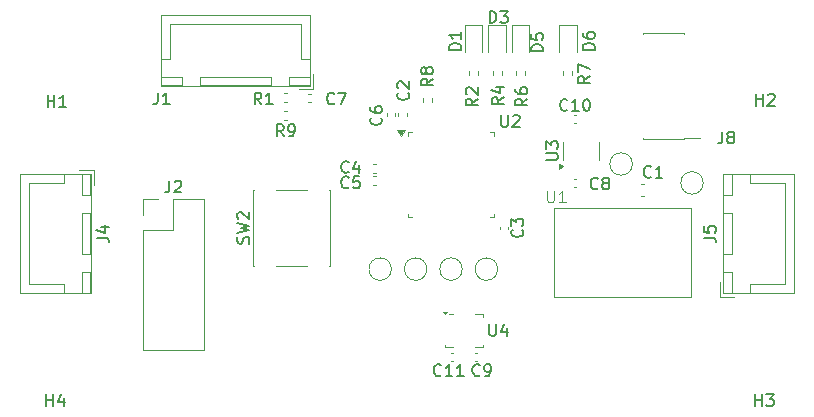
<source format=gbr>
%TF.GenerationSoftware,KiCad,Pcbnew,8.0.5*%
%TF.CreationDate,2024-10-22T17:39:12+02:00*%
%TF.ProjectId,Ingenuity,496e6765-6e75-4697-9479-2e6b69636164,rev?*%
%TF.SameCoordinates,Original*%
%TF.FileFunction,Legend,Top*%
%TF.FilePolarity,Positive*%
%FSLAX46Y46*%
G04 Gerber Fmt 4.6, Leading zero omitted, Abs format (unit mm)*
G04 Created by KiCad (PCBNEW 8.0.5) date 2024-10-22 17:39:12*
%MOMM*%
%LPD*%
G01*
G04 APERTURE LIST*
%ADD10C,0.100000*%
%ADD11C,0.150000*%
%ADD12C,0.120000*%
G04 APERTURE END LIST*
D10*
X172138095Y-106357419D02*
X172138095Y-107166942D01*
X172138095Y-107166942D02*
X172185714Y-107262180D01*
X172185714Y-107262180D02*
X172233333Y-107309800D01*
X172233333Y-107309800D02*
X172328571Y-107357419D01*
X172328571Y-107357419D02*
X172519047Y-107357419D01*
X172519047Y-107357419D02*
X172614285Y-107309800D01*
X172614285Y-107309800D02*
X172661904Y-107262180D01*
X172661904Y-107262180D02*
X172709523Y-107166942D01*
X172709523Y-107166942D02*
X172709523Y-106357419D01*
X173709523Y-107357419D02*
X173138095Y-107357419D01*
X173423809Y-107357419D02*
X173423809Y-106357419D01*
X173423809Y-106357419D02*
X173328571Y-106500276D01*
X173328571Y-106500276D02*
X173233333Y-106595514D01*
X173233333Y-106595514D02*
X173138095Y-106643133D01*
D11*
X172054819Y-103761904D02*
X172864342Y-103761904D01*
X172864342Y-103761904D02*
X172959580Y-103714285D01*
X172959580Y-103714285D02*
X173007200Y-103666666D01*
X173007200Y-103666666D02*
X173054819Y-103571428D01*
X173054819Y-103571428D02*
X173054819Y-103380952D01*
X173054819Y-103380952D02*
X173007200Y-103285714D01*
X173007200Y-103285714D02*
X172959580Y-103238095D01*
X172959580Y-103238095D02*
X172864342Y-103190476D01*
X172864342Y-103190476D02*
X172054819Y-103190476D01*
X172054819Y-102809523D02*
X172054819Y-102190476D01*
X172054819Y-102190476D02*
X172435771Y-102523809D01*
X172435771Y-102523809D02*
X172435771Y-102380952D01*
X172435771Y-102380952D02*
X172483390Y-102285714D01*
X172483390Y-102285714D02*
X172531009Y-102238095D01*
X172531009Y-102238095D02*
X172626247Y-102190476D01*
X172626247Y-102190476D02*
X172864342Y-102190476D01*
X172864342Y-102190476D02*
X172959580Y-102238095D01*
X172959580Y-102238095D02*
X173007200Y-102285714D01*
X173007200Y-102285714D02*
X173054819Y-102380952D01*
X173054819Y-102380952D02*
X173054819Y-102666666D01*
X173054819Y-102666666D02*
X173007200Y-102761904D01*
X173007200Y-102761904D02*
X172959580Y-102809523D01*
X176433333Y-106159580D02*
X176385714Y-106207200D01*
X176385714Y-106207200D02*
X176242857Y-106254819D01*
X176242857Y-106254819D02*
X176147619Y-106254819D01*
X176147619Y-106254819D02*
X176004762Y-106207200D01*
X176004762Y-106207200D02*
X175909524Y-106111961D01*
X175909524Y-106111961D02*
X175861905Y-106016723D01*
X175861905Y-106016723D02*
X175814286Y-105826247D01*
X175814286Y-105826247D02*
X175814286Y-105683390D01*
X175814286Y-105683390D02*
X175861905Y-105492914D01*
X175861905Y-105492914D02*
X175909524Y-105397676D01*
X175909524Y-105397676D02*
X176004762Y-105302438D01*
X176004762Y-105302438D02*
X176147619Y-105254819D01*
X176147619Y-105254819D02*
X176242857Y-105254819D01*
X176242857Y-105254819D02*
X176385714Y-105302438D01*
X176385714Y-105302438D02*
X176433333Y-105350057D01*
X177004762Y-105683390D02*
X176909524Y-105635771D01*
X176909524Y-105635771D02*
X176861905Y-105588152D01*
X176861905Y-105588152D02*
X176814286Y-105492914D01*
X176814286Y-105492914D02*
X176814286Y-105445295D01*
X176814286Y-105445295D02*
X176861905Y-105350057D01*
X176861905Y-105350057D02*
X176909524Y-105302438D01*
X176909524Y-105302438D02*
X177004762Y-105254819D01*
X177004762Y-105254819D02*
X177195238Y-105254819D01*
X177195238Y-105254819D02*
X177290476Y-105302438D01*
X177290476Y-105302438D02*
X177338095Y-105350057D01*
X177338095Y-105350057D02*
X177385714Y-105445295D01*
X177385714Y-105445295D02*
X177385714Y-105492914D01*
X177385714Y-105492914D02*
X177338095Y-105588152D01*
X177338095Y-105588152D02*
X177290476Y-105635771D01*
X177290476Y-105635771D02*
X177195238Y-105683390D01*
X177195238Y-105683390D02*
X177004762Y-105683390D01*
X177004762Y-105683390D02*
X176909524Y-105731009D01*
X176909524Y-105731009D02*
X176861905Y-105778628D01*
X176861905Y-105778628D02*
X176814286Y-105873866D01*
X176814286Y-105873866D02*
X176814286Y-106064342D01*
X176814286Y-106064342D02*
X176861905Y-106159580D01*
X176861905Y-106159580D02*
X176909524Y-106207200D01*
X176909524Y-106207200D02*
X177004762Y-106254819D01*
X177004762Y-106254819D02*
X177195238Y-106254819D01*
X177195238Y-106254819D02*
X177290476Y-106207200D01*
X177290476Y-106207200D02*
X177338095Y-106159580D01*
X177338095Y-106159580D02*
X177385714Y-106064342D01*
X177385714Y-106064342D02*
X177385714Y-105873866D01*
X177385714Y-105873866D02*
X177338095Y-105778628D01*
X177338095Y-105778628D02*
X177290476Y-105731009D01*
X177290476Y-105731009D02*
X177195238Y-105683390D01*
X173857142Y-99499580D02*
X173809523Y-99547200D01*
X173809523Y-99547200D02*
X173666666Y-99594819D01*
X173666666Y-99594819D02*
X173571428Y-99594819D01*
X173571428Y-99594819D02*
X173428571Y-99547200D01*
X173428571Y-99547200D02*
X173333333Y-99451961D01*
X173333333Y-99451961D02*
X173285714Y-99356723D01*
X173285714Y-99356723D02*
X173238095Y-99166247D01*
X173238095Y-99166247D02*
X173238095Y-99023390D01*
X173238095Y-99023390D02*
X173285714Y-98832914D01*
X173285714Y-98832914D02*
X173333333Y-98737676D01*
X173333333Y-98737676D02*
X173428571Y-98642438D01*
X173428571Y-98642438D02*
X173571428Y-98594819D01*
X173571428Y-98594819D02*
X173666666Y-98594819D01*
X173666666Y-98594819D02*
X173809523Y-98642438D01*
X173809523Y-98642438D02*
X173857142Y-98690057D01*
X174809523Y-99594819D02*
X174238095Y-99594819D01*
X174523809Y-99594819D02*
X174523809Y-98594819D01*
X174523809Y-98594819D02*
X174428571Y-98737676D01*
X174428571Y-98737676D02*
X174333333Y-98832914D01*
X174333333Y-98832914D02*
X174238095Y-98880533D01*
X175428571Y-98594819D02*
X175523809Y-98594819D01*
X175523809Y-98594819D02*
X175619047Y-98642438D01*
X175619047Y-98642438D02*
X175666666Y-98690057D01*
X175666666Y-98690057D02*
X175714285Y-98785295D01*
X175714285Y-98785295D02*
X175761904Y-98975771D01*
X175761904Y-98975771D02*
X175761904Y-99213866D01*
X175761904Y-99213866D02*
X175714285Y-99404342D01*
X175714285Y-99404342D02*
X175666666Y-99499580D01*
X175666666Y-99499580D02*
X175619047Y-99547200D01*
X175619047Y-99547200D02*
X175523809Y-99594819D01*
X175523809Y-99594819D02*
X175428571Y-99594819D01*
X175428571Y-99594819D02*
X175333333Y-99547200D01*
X175333333Y-99547200D02*
X175285714Y-99499580D01*
X175285714Y-99499580D02*
X175238095Y-99404342D01*
X175238095Y-99404342D02*
X175190476Y-99213866D01*
X175190476Y-99213866D02*
X175190476Y-98975771D01*
X175190476Y-98975771D02*
X175238095Y-98785295D01*
X175238095Y-98785295D02*
X175285714Y-98690057D01*
X175285714Y-98690057D02*
X175333333Y-98642438D01*
X175333333Y-98642438D02*
X175428571Y-98594819D01*
X163157142Y-121959580D02*
X163109523Y-122007200D01*
X163109523Y-122007200D02*
X162966666Y-122054819D01*
X162966666Y-122054819D02*
X162871428Y-122054819D01*
X162871428Y-122054819D02*
X162728571Y-122007200D01*
X162728571Y-122007200D02*
X162633333Y-121911961D01*
X162633333Y-121911961D02*
X162585714Y-121816723D01*
X162585714Y-121816723D02*
X162538095Y-121626247D01*
X162538095Y-121626247D02*
X162538095Y-121483390D01*
X162538095Y-121483390D02*
X162585714Y-121292914D01*
X162585714Y-121292914D02*
X162633333Y-121197676D01*
X162633333Y-121197676D02*
X162728571Y-121102438D01*
X162728571Y-121102438D02*
X162871428Y-121054819D01*
X162871428Y-121054819D02*
X162966666Y-121054819D01*
X162966666Y-121054819D02*
X163109523Y-121102438D01*
X163109523Y-121102438D02*
X163157142Y-121150057D01*
X164109523Y-122054819D02*
X163538095Y-122054819D01*
X163823809Y-122054819D02*
X163823809Y-121054819D01*
X163823809Y-121054819D02*
X163728571Y-121197676D01*
X163728571Y-121197676D02*
X163633333Y-121292914D01*
X163633333Y-121292914D02*
X163538095Y-121340533D01*
X165061904Y-122054819D02*
X164490476Y-122054819D01*
X164776190Y-122054819D02*
X164776190Y-121054819D01*
X164776190Y-121054819D02*
X164680952Y-121197676D01*
X164680952Y-121197676D02*
X164585714Y-121292914D01*
X164585714Y-121292914D02*
X164490476Y-121340533D01*
X167238095Y-117654819D02*
X167238095Y-118464342D01*
X167238095Y-118464342D02*
X167285714Y-118559580D01*
X167285714Y-118559580D02*
X167333333Y-118607200D01*
X167333333Y-118607200D02*
X167428571Y-118654819D01*
X167428571Y-118654819D02*
X167619047Y-118654819D01*
X167619047Y-118654819D02*
X167714285Y-118607200D01*
X167714285Y-118607200D02*
X167761904Y-118559580D01*
X167761904Y-118559580D02*
X167809523Y-118464342D01*
X167809523Y-118464342D02*
X167809523Y-117654819D01*
X168714285Y-117988152D02*
X168714285Y-118654819D01*
X168476190Y-117607200D02*
X168238095Y-118321485D01*
X168238095Y-118321485D02*
X168857142Y-118321485D01*
X168238095Y-99954819D02*
X168238095Y-100764342D01*
X168238095Y-100764342D02*
X168285714Y-100859580D01*
X168285714Y-100859580D02*
X168333333Y-100907200D01*
X168333333Y-100907200D02*
X168428571Y-100954819D01*
X168428571Y-100954819D02*
X168619047Y-100954819D01*
X168619047Y-100954819D02*
X168714285Y-100907200D01*
X168714285Y-100907200D02*
X168761904Y-100859580D01*
X168761904Y-100859580D02*
X168809523Y-100764342D01*
X168809523Y-100764342D02*
X168809523Y-99954819D01*
X169238095Y-100050057D02*
X169285714Y-100002438D01*
X169285714Y-100002438D02*
X169380952Y-99954819D01*
X169380952Y-99954819D02*
X169619047Y-99954819D01*
X169619047Y-99954819D02*
X169714285Y-100002438D01*
X169714285Y-100002438D02*
X169761904Y-100050057D01*
X169761904Y-100050057D02*
X169809523Y-100145295D01*
X169809523Y-100145295D02*
X169809523Y-100240533D01*
X169809523Y-100240533D02*
X169761904Y-100383390D01*
X169761904Y-100383390D02*
X169190476Y-100954819D01*
X169190476Y-100954819D02*
X169809523Y-100954819D01*
X146857200Y-110833332D02*
X146904819Y-110690475D01*
X146904819Y-110690475D02*
X146904819Y-110452380D01*
X146904819Y-110452380D02*
X146857200Y-110357142D01*
X146857200Y-110357142D02*
X146809580Y-110309523D01*
X146809580Y-110309523D02*
X146714342Y-110261904D01*
X146714342Y-110261904D02*
X146619104Y-110261904D01*
X146619104Y-110261904D02*
X146523866Y-110309523D01*
X146523866Y-110309523D02*
X146476247Y-110357142D01*
X146476247Y-110357142D02*
X146428628Y-110452380D01*
X146428628Y-110452380D02*
X146381009Y-110642856D01*
X146381009Y-110642856D02*
X146333390Y-110738094D01*
X146333390Y-110738094D02*
X146285771Y-110785713D01*
X146285771Y-110785713D02*
X146190533Y-110833332D01*
X146190533Y-110833332D02*
X146095295Y-110833332D01*
X146095295Y-110833332D02*
X146000057Y-110785713D01*
X146000057Y-110785713D02*
X145952438Y-110738094D01*
X145952438Y-110738094D02*
X145904819Y-110642856D01*
X145904819Y-110642856D02*
X145904819Y-110404761D01*
X145904819Y-110404761D02*
X145952438Y-110261904D01*
X145904819Y-109928570D02*
X146904819Y-109690475D01*
X146904819Y-109690475D02*
X146190533Y-109499999D01*
X146190533Y-109499999D02*
X146904819Y-109309523D01*
X146904819Y-109309523D02*
X145904819Y-109071428D01*
X146000057Y-108738094D02*
X145952438Y-108690475D01*
X145952438Y-108690475D02*
X145904819Y-108595237D01*
X145904819Y-108595237D02*
X145904819Y-108357142D01*
X145904819Y-108357142D02*
X145952438Y-108261904D01*
X145952438Y-108261904D02*
X146000057Y-108214285D01*
X146000057Y-108214285D02*
X146095295Y-108166666D01*
X146095295Y-108166666D02*
X146190533Y-108166666D01*
X146190533Y-108166666D02*
X146333390Y-108214285D01*
X146333390Y-108214285D02*
X146904819Y-108785713D01*
X146904819Y-108785713D02*
X146904819Y-108166666D01*
X149833333Y-101754819D02*
X149500000Y-101278628D01*
X149261905Y-101754819D02*
X149261905Y-100754819D01*
X149261905Y-100754819D02*
X149642857Y-100754819D01*
X149642857Y-100754819D02*
X149738095Y-100802438D01*
X149738095Y-100802438D02*
X149785714Y-100850057D01*
X149785714Y-100850057D02*
X149833333Y-100945295D01*
X149833333Y-100945295D02*
X149833333Y-101088152D01*
X149833333Y-101088152D02*
X149785714Y-101183390D01*
X149785714Y-101183390D02*
X149738095Y-101231009D01*
X149738095Y-101231009D02*
X149642857Y-101278628D01*
X149642857Y-101278628D02*
X149261905Y-101278628D01*
X150309524Y-101754819D02*
X150500000Y-101754819D01*
X150500000Y-101754819D02*
X150595238Y-101707200D01*
X150595238Y-101707200D02*
X150642857Y-101659580D01*
X150642857Y-101659580D02*
X150738095Y-101516723D01*
X150738095Y-101516723D02*
X150785714Y-101326247D01*
X150785714Y-101326247D02*
X150785714Y-100945295D01*
X150785714Y-100945295D02*
X150738095Y-100850057D01*
X150738095Y-100850057D02*
X150690476Y-100802438D01*
X150690476Y-100802438D02*
X150595238Y-100754819D01*
X150595238Y-100754819D02*
X150404762Y-100754819D01*
X150404762Y-100754819D02*
X150309524Y-100802438D01*
X150309524Y-100802438D02*
X150261905Y-100850057D01*
X150261905Y-100850057D02*
X150214286Y-100945295D01*
X150214286Y-100945295D02*
X150214286Y-101183390D01*
X150214286Y-101183390D02*
X150261905Y-101278628D01*
X150261905Y-101278628D02*
X150309524Y-101326247D01*
X150309524Y-101326247D02*
X150404762Y-101373866D01*
X150404762Y-101373866D02*
X150595238Y-101373866D01*
X150595238Y-101373866D02*
X150690476Y-101326247D01*
X150690476Y-101326247D02*
X150738095Y-101278628D01*
X150738095Y-101278628D02*
X150785714Y-101183390D01*
X162454819Y-96866666D02*
X161978628Y-97199999D01*
X162454819Y-97438094D02*
X161454819Y-97438094D01*
X161454819Y-97438094D02*
X161454819Y-97057142D01*
X161454819Y-97057142D02*
X161502438Y-96961904D01*
X161502438Y-96961904D02*
X161550057Y-96914285D01*
X161550057Y-96914285D02*
X161645295Y-96866666D01*
X161645295Y-96866666D02*
X161788152Y-96866666D01*
X161788152Y-96866666D02*
X161883390Y-96914285D01*
X161883390Y-96914285D02*
X161931009Y-96961904D01*
X161931009Y-96961904D02*
X161978628Y-97057142D01*
X161978628Y-97057142D02*
X161978628Y-97438094D01*
X161883390Y-96295237D02*
X161835771Y-96390475D01*
X161835771Y-96390475D02*
X161788152Y-96438094D01*
X161788152Y-96438094D02*
X161692914Y-96485713D01*
X161692914Y-96485713D02*
X161645295Y-96485713D01*
X161645295Y-96485713D02*
X161550057Y-96438094D01*
X161550057Y-96438094D02*
X161502438Y-96390475D01*
X161502438Y-96390475D02*
X161454819Y-96295237D01*
X161454819Y-96295237D02*
X161454819Y-96104761D01*
X161454819Y-96104761D02*
X161502438Y-96009523D01*
X161502438Y-96009523D02*
X161550057Y-95961904D01*
X161550057Y-95961904D02*
X161645295Y-95914285D01*
X161645295Y-95914285D02*
X161692914Y-95914285D01*
X161692914Y-95914285D02*
X161788152Y-95961904D01*
X161788152Y-95961904D02*
X161835771Y-96009523D01*
X161835771Y-96009523D02*
X161883390Y-96104761D01*
X161883390Y-96104761D02*
X161883390Y-96295237D01*
X161883390Y-96295237D02*
X161931009Y-96390475D01*
X161931009Y-96390475D02*
X161978628Y-96438094D01*
X161978628Y-96438094D02*
X162073866Y-96485713D01*
X162073866Y-96485713D02*
X162264342Y-96485713D01*
X162264342Y-96485713D02*
X162359580Y-96438094D01*
X162359580Y-96438094D02*
X162407200Y-96390475D01*
X162407200Y-96390475D02*
X162454819Y-96295237D01*
X162454819Y-96295237D02*
X162454819Y-96104761D01*
X162454819Y-96104761D02*
X162407200Y-96009523D01*
X162407200Y-96009523D02*
X162359580Y-95961904D01*
X162359580Y-95961904D02*
X162264342Y-95914285D01*
X162264342Y-95914285D02*
X162073866Y-95914285D01*
X162073866Y-95914285D02*
X161978628Y-95961904D01*
X161978628Y-95961904D02*
X161931009Y-96009523D01*
X161931009Y-96009523D02*
X161883390Y-96104761D01*
X175754819Y-96666666D02*
X175278628Y-96999999D01*
X175754819Y-97238094D02*
X174754819Y-97238094D01*
X174754819Y-97238094D02*
X174754819Y-96857142D01*
X174754819Y-96857142D02*
X174802438Y-96761904D01*
X174802438Y-96761904D02*
X174850057Y-96714285D01*
X174850057Y-96714285D02*
X174945295Y-96666666D01*
X174945295Y-96666666D02*
X175088152Y-96666666D01*
X175088152Y-96666666D02*
X175183390Y-96714285D01*
X175183390Y-96714285D02*
X175231009Y-96761904D01*
X175231009Y-96761904D02*
X175278628Y-96857142D01*
X175278628Y-96857142D02*
X175278628Y-97238094D01*
X174754819Y-96333332D02*
X174754819Y-95666666D01*
X174754819Y-95666666D02*
X175754819Y-96095237D01*
X170454819Y-98566666D02*
X169978628Y-98899999D01*
X170454819Y-99138094D02*
X169454819Y-99138094D01*
X169454819Y-99138094D02*
X169454819Y-98757142D01*
X169454819Y-98757142D02*
X169502438Y-98661904D01*
X169502438Y-98661904D02*
X169550057Y-98614285D01*
X169550057Y-98614285D02*
X169645295Y-98566666D01*
X169645295Y-98566666D02*
X169788152Y-98566666D01*
X169788152Y-98566666D02*
X169883390Y-98614285D01*
X169883390Y-98614285D02*
X169931009Y-98661904D01*
X169931009Y-98661904D02*
X169978628Y-98757142D01*
X169978628Y-98757142D02*
X169978628Y-99138094D01*
X169454819Y-97709523D02*
X169454819Y-97899999D01*
X169454819Y-97899999D02*
X169502438Y-97995237D01*
X169502438Y-97995237D02*
X169550057Y-98042856D01*
X169550057Y-98042856D02*
X169692914Y-98138094D01*
X169692914Y-98138094D02*
X169883390Y-98185713D01*
X169883390Y-98185713D02*
X170264342Y-98185713D01*
X170264342Y-98185713D02*
X170359580Y-98138094D01*
X170359580Y-98138094D02*
X170407200Y-98090475D01*
X170407200Y-98090475D02*
X170454819Y-97995237D01*
X170454819Y-97995237D02*
X170454819Y-97804761D01*
X170454819Y-97804761D02*
X170407200Y-97709523D01*
X170407200Y-97709523D02*
X170359580Y-97661904D01*
X170359580Y-97661904D02*
X170264342Y-97614285D01*
X170264342Y-97614285D02*
X170026247Y-97614285D01*
X170026247Y-97614285D02*
X169931009Y-97661904D01*
X169931009Y-97661904D02*
X169883390Y-97709523D01*
X169883390Y-97709523D02*
X169835771Y-97804761D01*
X169835771Y-97804761D02*
X169835771Y-97995237D01*
X169835771Y-97995237D02*
X169883390Y-98090475D01*
X169883390Y-98090475D02*
X169931009Y-98138094D01*
X169931009Y-98138094D02*
X170026247Y-98185713D01*
X168454819Y-98466666D02*
X167978628Y-98799999D01*
X168454819Y-99038094D02*
X167454819Y-99038094D01*
X167454819Y-99038094D02*
X167454819Y-98657142D01*
X167454819Y-98657142D02*
X167502438Y-98561904D01*
X167502438Y-98561904D02*
X167550057Y-98514285D01*
X167550057Y-98514285D02*
X167645295Y-98466666D01*
X167645295Y-98466666D02*
X167788152Y-98466666D01*
X167788152Y-98466666D02*
X167883390Y-98514285D01*
X167883390Y-98514285D02*
X167931009Y-98561904D01*
X167931009Y-98561904D02*
X167978628Y-98657142D01*
X167978628Y-98657142D02*
X167978628Y-99038094D01*
X167788152Y-97609523D02*
X168454819Y-97609523D01*
X167407200Y-97847618D02*
X168121485Y-98085713D01*
X168121485Y-98085713D02*
X168121485Y-97466666D01*
X166254819Y-98566666D02*
X165778628Y-98899999D01*
X166254819Y-99138094D02*
X165254819Y-99138094D01*
X165254819Y-99138094D02*
X165254819Y-98757142D01*
X165254819Y-98757142D02*
X165302438Y-98661904D01*
X165302438Y-98661904D02*
X165350057Y-98614285D01*
X165350057Y-98614285D02*
X165445295Y-98566666D01*
X165445295Y-98566666D02*
X165588152Y-98566666D01*
X165588152Y-98566666D02*
X165683390Y-98614285D01*
X165683390Y-98614285D02*
X165731009Y-98661904D01*
X165731009Y-98661904D02*
X165778628Y-98757142D01*
X165778628Y-98757142D02*
X165778628Y-99138094D01*
X165350057Y-98185713D02*
X165302438Y-98138094D01*
X165302438Y-98138094D02*
X165254819Y-98042856D01*
X165254819Y-98042856D02*
X165254819Y-97804761D01*
X165254819Y-97804761D02*
X165302438Y-97709523D01*
X165302438Y-97709523D02*
X165350057Y-97661904D01*
X165350057Y-97661904D02*
X165445295Y-97614285D01*
X165445295Y-97614285D02*
X165540533Y-97614285D01*
X165540533Y-97614285D02*
X165683390Y-97661904D01*
X165683390Y-97661904D02*
X166254819Y-98233332D01*
X166254819Y-98233332D02*
X166254819Y-97614285D01*
X147933333Y-99054819D02*
X147600000Y-98578628D01*
X147361905Y-99054819D02*
X147361905Y-98054819D01*
X147361905Y-98054819D02*
X147742857Y-98054819D01*
X147742857Y-98054819D02*
X147838095Y-98102438D01*
X147838095Y-98102438D02*
X147885714Y-98150057D01*
X147885714Y-98150057D02*
X147933333Y-98245295D01*
X147933333Y-98245295D02*
X147933333Y-98388152D01*
X147933333Y-98388152D02*
X147885714Y-98483390D01*
X147885714Y-98483390D02*
X147838095Y-98531009D01*
X147838095Y-98531009D02*
X147742857Y-98578628D01*
X147742857Y-98578628D02*
X147361905Y-98578628D01*
X148885714Y-99054819D02*
X148314286Y-99054819D01*
X148600000Y-99054819D02*
X148600000Y-98054819D01*
X148600000Y-98054819D02*
X148504762Y-98197676D01*
X148504762Y-98197676D02*
X148409524Y-98292914D01*
X148409524Y-98292914D02*
X148314286Y-98340533D01*
X186966666Y-101354819D02*
X186966666Y-102069104D01*
X186966666Y-102069104D02*
X186919047Y-102211961D01*
X186919047Y-102211961D02*
X186823809Y-102307200D01*
X186823809Y-102307200D02*
X186680952Y-102354819D01*
X186680952Y-102354819D02*
X186585714Y-102354819D01*
X187585714Y-101783390D02*
X187490476Y-101735771D01*
X187490476Y-101735771D02*
X187442857Y-101688152D01*
X187442857Y-101688152D02*
X187395238Y-101592914D01*
X187395238Y-101592914D02*
X187395238Y-101545295D01*
X187395238Y-101545295D02*
X187442857Y-101450057D01*
X187442857Y-101450057D02*
X187490476Y-101402438D01*
X187490476Y-101402438D02*
X187585714Y-101354819D01*
X187585714Y-101354819D02*
X187776190Y-101354819D01*
X187776190Y-101354819D02*
X187871428Y-101402438D01*
X187871428Y-101402438D02*
X187919047Y-101450057D01*
X187919047Y-101450057D02*
X187966666Y-101545295D01*
X187966666Y-101545295D02*
X187966666Y-101592914D01*
X187966666Y-101592914D02*
X187919047Y-101688152D01*
X187919047Y-101688152D02*
X187871428Y-101735771D01*
X187871428Y-101735771D02*
X187776190Y-101783390D01*
X187776190Y-101783390D02*
X187585714Y-101783390D01*
X187585714Y-101783390D02*
X187490476Y-101831009D01*
X187490476Y-101831009D02*
X187442857Y-101878628D01*
X187442857Y-101878628D02*
X187395238Y-101973866D01*
X187395238Y-101973866D02*
X187395238Y-102164342D01*
X187395238Y-102164342D02*
X187442857Y-102259580D01*
X187442857Y-102259580D02*
X187490476Y-102307200D01*
X187490476Y-102307200D02*
X187585714Y-102354819D01*
X187585714Y-102354819D02*
X187776190Y-102354819D01*
X187776190Y-102354819D02*
X187871428Y-102307200D01*
X187871428Y-102307200D02*
X187919047Y-102259580D01*
X187919047Y-102259580D02*
X187966666Y-102164342D01*
X187966666Y-102164342D02*
X187966666Y-101973866D01*
X187966666Y-101973866D02*
X187919047Y-101878628D01*
X187919047Y-101878628D02*
X187871428Y-101831009D01*
X187871428Y-101831009D02*
X187776190Y-101783390D01*
X185404819Y-110333333D02*
X186119104Y-110333333D01*
X186119104Y-110333333D02*
X186261961Y-110380952D01*
X186261961Y-110380952D02*
X186357200Y-110476190D01*
X186357200Y-110476190D02*
X186404819Y-110619047D01*
X186404819Y-110619047D02*
X186404819Y-110714285D01*
X185404819Y-109380952D02*
X185404819Y-109857142D01*
X185404819Y-109857142D02*
X185881009Y-109904761D01*
X185881009Y-109904761D02*
X185833390Y-109857142D01*
X185833390Y-109857142D02*
X185785771Y-109761904D01*
X185785771Y-109761904D02*
X185785771Y-109523809D01*
X185785771Y-109523809D02*
X185833390Y-109428571D01*
X185833390Y-109428571D02*
X185881009Y-109380952D01*
X185881009Y-109380952D02*
X185976247Y-109333333D01*
X185976247Y-109333333D02*
X186214342Y-109333333D01*
X186214342Y-109333333D02*
X186309580Y-109380952D01*
X186309580Y-109380952D02*
X186357200Y-109428571D01*
X186357200Y-109428571D02*
X186404819Y-109523809D01*
X186404819Y-109523809D02*
X186404819Y-109761904D01*
X186404819Y-109761904D02*
X186357200Y-109857142D01*
X186357200Y-109857142D02*
X186309580Y-109904761D01*
X134029819Y-110333333D02*
X134744104Y-110333333D01*
X134744104Y-110333333D02*
X134886961Y-110380952D01*
X134886961Y-110380952D02*
X134982200Y-110476190D01*
X134982200Y-110476190D02*
X135029819Y-110619047D01*
X135029819Y-110619047D02*
X135029819Y-110714285D01*
X134363152Y-109428571D02*
X135029819Y-109428571D01*
X133982200Y-109666666D02*
X134696485Y-109904761D01*
X134696485Y-109904761D02*
X134696485Y-109285714D01*
X140161666Y-105504819D02*
X140161666Y-106219104D01*
X140161666Y-106219104D02*
X140114047Y-106361961D01*
X140114047Y-106361961D02*
X140018809Y-106457200D01*
X140018809Y-106457200D02*
X139875952Y-106504819D01*
X139875952Y-106504819D02*
X139780714Y-106504819D01*
X140590238Y-105600057D02*
X140637857Y-105552438D01*
X140637857Y-105552438D02*
X140733095Y-105504819D01*
X140733095Y-105504819D02*
X140971190Y-105504819D01*
X140971190Y-105504819D02*
X141066428Y-105552438D01*
X141066428Y-105552438D02*
X141114047Y-105600057D01*
X141114047Y-105600057D02*
X141161666Y-105695295D01*
X141161666Y-105695295D02*
X141161666Y-105790533D01*
X141161666Y-105790533D02*
X141114047Y-105933390D01*
X141114047Y-105933390D02*
X140542619Y-106504819D01*
X140542619Y-106504819D02*
X141161666Y-106504819D01*
X139166666Y-98054819D02*
X139166666Y-98769104D01*
X139166666Y-98769104D02*
X139119047Y-98911961D01*
X139119047Y-98911961D02*
X139023809Y-99007200D01*
X139023809Y-99007200D02*
X138880952Y-99054819D01*
X138880952Y-99054819D02*
X138785714Y-99054819D01*
X140166666Y-99054819D02*
X139595238Y-99054819D01*
X139880952Y-99054819D02*
X139880952Y-98054819D01*
X139880952Y-98054819D02*
X139785714Y-98197676D01*
X139785714Y-98197676D02*
X139690476Y-98292914D01*
X139690476Y-98292914D02*
X139595238Y-98340533D01*
X129738095Y-124604819D02*
X129738095Y-123604819D01*
X129738095Y-124081009D02*
X130309523Y-124081009D01*
X130309523Y-124604819D02*
X130309523Y-123604819D01*
X131214285Y-123938152D02*
X131214285Y-124604819D01*
X130976190Y-123557200D02*
X130738095Y-124271485D01*
X130738095Y-124271485D02*
X131357142Y-124271485D01*
X189738095Y-124604819D02*
X189738095Y-123604819D01*
X189738095Y-124081009D02*
X190309523Y-124081009D01*
X190309523Y-124604819D02*
X190309523Y-123604819D01*
X190690476Y-123604819D02*
X191309523Y-123604819D01*
X191309523Y-123604819D02*
X190976190Y-123985771D01*
X190976190Y-123985771D02*
X191119047Y-123985771D01*
X191119047Y-123985771D02*
X191214285Y-124033390D01*
X191214285Y-124033390D02*
X191261904Y-124081009D01*
X191261904Y-124081009D02*
X191309523Y-124176247D01*
X191309523Y-124176247D02*
X191309523Y-124414342D01*
X191309523Y-124414342D02*
X191261904Y-124509580D01*
X191261904Y-124509580D02*
X191214285Y-124557200D01*
X191214285Y-124557200D02*
X191119047Y-124604819D01*
X191119047Y-124604819D02*
X190833333Y-124604819D01*
X190833333Y-124604819D02*
X190738095Y-124557200D01*
X190738095Y-124557200D02*
X190690476Y-124509580D01*
X189838095Y-99154819D02*
X189838095Y-98154819D01*
X189838095Y-98631009D02*
X190409523Y-98631009D01*
X190409523Y-99154819D02*
X190409523Y-98154819D01*
X190838095Y-98250057D02*
X190885714Y-98202438D01*
X190885714Y-98202438D02*
X190980952Y-98154819D01*
X190980952Y-98154819D02*
X191219047Y-98154819D01*
X191219047Y-98154819D02*
X191314285Y-98202438D01*
X191314285Y-98202438D02*
X191361904Y-98250057D01*
X191361904Y-98250057D02*
X191409523Y-98345295D01*
X191409523Y-98345295D02*
X191409523Y-98440533D01*
X191409523Y-98440533D02*
X191361904Y-98583390D01*
X191361904Y-98583390D02*
X190790476Y-99154819D01*
X190790476Y-99154819D02*
X191409523Y-99154819D01*
X129838095Y-99254819D02*
X129838095Y-98254819D01*
X129838095Y-98731009D02*
X130409523Y-98731009D01*
X130409523Y-99254819D02*
X130409523Y-98254819D01*
X131409523Y-99254819D02*
X130838095Y-99254819D01*
X131123809Y-99254819D02*
X131123809Y-98254819D01*
X131123809Y-98254819D02*
X131028571Y-98397676D01*
X131028571Y-98397676D02*
X130933333Y-98492914D01*
X130933333Y-98492914D02*
X130838095Y-98540533D01*
X176154819Y-94438094D02*
X175154819Y-94438094D01*
X175154819Y-94438094D02*
X175154819Y-94199999D01*
X175154819Y-94199999D02*
X175202438Y-94057142D01*
X175202438Y-94057142D02*
X175297676Y-93961904D01*
X175297676Y-93961904D02*
X175392914Y-93914285D01*
X175392914Y-93914285D02*
X175583390Y-93866666D01*
X175583390Y-93866666D02*
X175726247Y-93866666D01*
X175726247Y-93866666D02*
X175916723Y-93914285D01*
X175916723Y-93914285D02*
X176011961Y-93961904D01*
X176011961Y-93961904D02*
X176107200Y-94057142D01*
X176107200Y-94057142D02*
X176154819Y-94199999D01*
X176154819Y-94199999D02*
X176154819Y-94438094D01*
X175154819Y-93009523D02*
X175154819Y-93199999D01*
X175154819Y-93199999D02*
X175202438Y-93295237D01*
X175202438Y-93295237D02*
X175250057Y-93342856D01*
X175250057Y-93342856D02*
X175392914Y-93438094D01*
X175392914Y-93438094D02*
X175583390Y-93485713D01*
X175583390Y-93485713D02*
X175964342Y-93485713D01*
X175964342Y-93485713D02*
X176059580Y-93438094D01*
X176059580Y-93438094D02*
X176107200Y-93390475D01*
X176107200Y-93390475D02*
X176154819Y-93295237D01*
X176154819Y-93295237D02*
X176154819Y-93104761D01*
X176154819Y-93104761D02*
X176107200Y-93009523D01*
X176107200Y-93009523D02*
X176059580Y-92961904D01*
X176059580Y-92961904D02*
X175964342Y-92914285D01*
X175964342Y-92914285D02*
X175726247Y-92914285D01*
X175726247Y-92914285D02*
X175631009Y-92961904D01*
X175631009Y-92961904D02*
X175583390Y-93009523D01*
X175583390Y-93009523D02*
X175535771Y-93104761D01*
X175535771Y-93104761D02*
X175535771Y-93295237D01*
X175535771Y-93295237D02*
X175583390Y-93390475D01*
X175583390Y-93390475D02*
X175631009Y-93438094D01*
X175631009Y-93438094D02*
X175726247Y-93485713D01*
X171784819Y-94538094D02*
X170784819Y-94538094D01*
X170784819Y-94538094D02*
X170784819Y-94299999D01*
X170784819Y-94299999D02*
X170832438Y-94157142D01*
X170832438Y-94157142D02*
X170927676Y-94061904D01*
X170927676Y-94061904D02*
X171022914Y-94014285D01*
X171022914Y-94014285D02*
X171213390Y-93966666D01*
X171213390Y-93966666D02*
X171356247Y-93966666D01*
X171356247Y-93966666D02*
X171546723Y-94014285D01*
X171546723Y-94014285D02*
X171641961Y-94061904D01*
X171641961Y-94061904D02*
X171737200Y-94157142D01*
X171737200Y-94157142D02*
X171784819Y-94299999D01*
X171784819Y-94299999D02*
X171784819Y-94538094D01*
X170784819Y-93061904D02*
X170784819Y-93538094D01*
X170784819Y-93538094D02*
X171261009Y-93585713D01*
X171261009Y-93585713D02*
X171213390Y-93538094D01*
X171213390Y-93538094D02*
X171165771Y-93442856D01*
X171165771Y-93442856D02*
X171165771Y-93204761D01*
X171165771Y-93204761D02*
X171213390Y-93109523D01*
X171213390Y-93109523D02*
X171261009Y-93061904D01*
X171261009Y-93061904D02*
X171356247Y-93014285D01*
X171356247Y-93014285D02*
X171594342Y-93014285D01*
X171594342Y-93014285D02*
X171689580Y-93061904D01*
X171689580Y-93061904D02*
X171737200Y-93109523D01*
X171737200Y-93109523D02*
X171784819Y-93204761D01*
X171784819Y-93204761D02*
X171784819Y-93442856D01*
X171784819Y-93442856D02*
X171737200Y-93538094D01*
X171737200Y-93538094D02*
X171689580Y-93585713D01*
X167261905Y-92154819D02*
X167261905Y-91154819D01*
X167261905Y-91154819D02*
X167500000Y-91154819D01*
X167500000Y-91154819D02*
X167642857Y-91202438D01*
X167642857Y-91202438D02*
X167738095Y-91297676D01*
X167738095Y-91297676D02*
X167785714Y-91392914D01*
X167785714Y-91392914D02*
X167833333Y-91583390D01*
X167833333Y-91583390D02*
X167833333Y-91726247D01*
X167833333Y-91726247D02*
X167785714Y-91916723D01*
X167785714Y-91916723D02*
X167738095Y-92011961D01*
X167738095Y-92011961D02*
X167642857Y-92107200D01*
X167642857Y-92107200D02*
X167500000Y-92154819D01*
X167500000Y-92154819D02*
X167261905Y-92154819D01*
X168166667Y-91154819D02*
X168785714Y-91154819D01*
X168785714Y-91154819D02*
X168452381Y-91535771D01*
X168452381Y-91535771D02*
X168595238Y-91535771D01*
X168595238Y-91535771D02*
X168690476Y-91583390D01*
X168690476Y-91583390D02*
X168738095Y-91631009D01*
X168738095Y-91631009D02*
X168785714Y-91726247D01*
X168785714Y-91726247D02*
X168785714Y-91964342D01*
X168785714Y-91964342D02*
X168738095Y-92059580D01*
X168738095Y-92059580D02*
X168690476Y-92107200D01*
X168690476Y-92107200D02*
X168595238Y-92154819D01*
X168595238Y-92154819D02*
X168309524Y-92154819D01*
X168309524Y-92154819D02*
X168214286Y-92107200D01*
X168214286Y-92107200D02*
X168166667Y-92059580D01*
X164854819Y-94438094D02*
X163854819Y-94438094D01*
X163854819Y-94438094D02*
X163854819Y-94199999D01*
X163854819Y-94199999D02*
X163902438Y-94057142D01*
X163902438Y-94057142D02*
X163997676Y-93961904D01*
X163997676Y-93961904D02*
X164092914Y-93914285D01*
X164092914Y-93914285D02*
X164283390Y-93866666D01*
X164283390Y-93866666D02*
X164426247Y-93866666D01*
X164426247Y-93866666D02*
X164616723Y-93914285D01*
X164616723Y-93914285D02*
X164711961Y-93961904D01*
X164711961Y-93961904D02*
X164807200Y-94057142D01*
X164807200Y-94057142D02*
X164854819Y-94199999D01*
X164854819Y-94199999D02*
X164854819Y-94438094D01*
X164854819Y-92914285D02*
X164854819Y-93485713D01*
X164854819Y-93199999D02*
X163854819Y-93199999D01*
X163854819Y-93199999D02*
X163997676Y-93295237D01*
X163997676Y-93295237D02*
X164092914Y-93390475D01*
X164092914Y-93390475D02*
X164140533Y-93485713D01*
X166433333Y-121969580D02*
X166385714Y-122017200D01*
X166385714Y-122017200D02*
X166242857Y-122064819D01*
X166242857Y-122064819D02*
X166147619Y-122064819D01*
X166147619Y-122064819D02*
X166004762Y-122017200D01*
X166004762Y-122017200D02*
X165909524Y-121921961D01*
X165909524Y-121921961D02*
X165861905Y-121826723D01*
X165861905Y-121826723D02*
X165814286Y-121636247D01*
X165814286Y-121636247D02*
X165814286Y-121493390D01*
X165814286Y-121493390D02*
X165861905Y-121302914D01*
X165861905Y-121302914D02*
X165909524Y-121207676D01*
X165909524Y-121207676D02*
X166004762Y-121112438D01*
X166004762Y-121112438D02*
X166147619Y-121064819D01*
X166147619Y-121064819D02*
X166242857Y-121064819D01*
X166242857Y-121064819D02*
X166385714Y-121112438D01*
X166385714Y-121112438D02*
X166433333Y-121160057D01*
X166909524Y-122064819D02*
X167100000Y-122064819D01*
X167100000Y-122064819D02*
X167195238Y-122017200D01*
X167195238Y-122017200D02*
X167242857Y-121969580D01*
X167242857Y-121969580D02*
X167338095Y-121826723D01*
X167338095Y-121826723D02*
X167385714Y-121636247D01*
X167385714Y-121636247D02*
X167385714Y-121255295D01*
X167385714Y-121255295D02*
X167338095Y-121160057D01*
X167338095Y-121160057D02*
X167290476Y-121112438D01*
X167290476Y-121112438D02*
X167195238Y-121064819D01*
X167195238Y-121064819D02*
X167004762Y-121064819D01*
X167004762Y-121064819D02*
X166909524Y-121112438D01*
X166909524Y-121112438D02*
X166861905Y-121160057D01*
X166861905Y-121160057D02*
X166814286Y-121255295D01*
X166814286Y-121255295D02*
X166814286Y-121493390D01*
X166814286Y-121493390D02*
X166861905Y-121588628D01*
X166861905Y-121588628D02*
X166909524Y-121636247D01*
X166909524Y-121636247D02*
X167004762Y-121683866D01*
X167004762Y-121683866D02*
X167195238Y-121683866D01*
X167195238Y-121683866D02*
X167290476Y-121636247D01*
X167290476Y-121636247D02*
X167338095Y-121588628D01*
X167338095Y-121588628D02*
X167385714Y-121493390D01*
X154133333Y-98959580D02*
X154085714Y-99007200D01*
X154085714Y-99007200D02*
X153942857Y-99054819D01*
X153942857Y-99054819D02*
X153847619Y-99054819D01*
X153847619Y-99054819D02*
X153704762Y-99007200D01*
X153704762Y-99007200D02*
X153609524Y-98911961D01*
X153609524Y-98911961D02*
X153561905Y-98816723D01*
X153561905Y-98816723D02*
X153514286Y-98626247D01*
X153514286Y-98626247D02*
X153514286Y-98483390D01*
X153514286Y-98483390D02*
X153561905Y-98292914D01*
X153561905Y-98292914D02*
X153609524Y-98197676D01*
X153609524Y-98197676D02*
X153704762Y-98102438D01*
X153704762Y-98102438D02*
X153847619Y-98054819D01*
X153847619Y-98054819D02*
X153942857Y-98054819D01*
X153942857Y-98054819D02*
X154085714Y-98102438D01*
X154085714Y-98102438D02*
X154133333Y-98150057D01*
X154466667Y-98054819D02*
X155133333Y-98054819D01*
X155133333Y-98054819D02*
X154704762Y-99054819D01*
X158059580Y-100166666D02*
X158107200Y-100214285D01*
X158107200Y-100214285D02*
X158154819Y-100357142D01*
X158154819Y-100357142D02*
X158154819Y-100452380D01*
X158154819Y-100452380D02*
X158107200Y-100595237D01*
X158107200Y-100595237D02*
X158011961Y-100690475D01*
X158011961Y-100690475D02*
X157916723Y-100738094D01*
X157916723Y-100738094D02*
X157726247Y-100785713D01*
X157726247Y-100785713D02*
X157583390Y-100785713D01*
X157583390Y-100785713D02*
X157392914Y-100738094D01*
X157392914Y-100738094D02*
X157297676Y-100690475D01*
X157297676Y-100690475D02*
X157202438Y-100595237D01*
X157202438Y-100595237D02*
X157154819Y-100452380D01*
X157154819Y-100452380D02*
X157154819Y-100357142D01*
X157154819Y-100357142D02*
X157202438Y-100214285D01*
X157202438Y-100214285D02*
X157250057Y-100166666D01*
X157154819Y-99309523D02*
X157154819Y-99499999D01*
X157154819Y-99499999D02*
X157202438Y-99595237D01*
X157202438Y-99595237D02*
X157250057Y-99642856D01*
X157250057Y-99642856D02*
X157392914Y-99738094D01*
X157392914Y-99738094D02*
X157583390Y-99785713D01*
X157583390Y-99785713D02*
X157964342Y-99785713D01*
X157964342Y-99785713D02*
X158059580Y-99738094D01*
X158059580Y-99738094D02*
X158107200Y-99690475D01*
X158107200Y-99690475D02*
X158154819Y-99595237D01*
X158154819Y-99595237D02*
X158154819Y-99404761D01*
X158154819Y-99404761D02*
X158107200Y-99309523D01*
X158107200Y-99309523D02*
X158059580Y-99261904D01*
X158059580Y-99261904D02*
X157964342Y-99214285D01*
X157964342Y-99214285D02*
X157726247Y-99214285D01*
X157726247Y-99214285D02*
X157631009Y-99261904D01*
X157631009Y-99261904D02*
X157583390Y-99309523D01*
X157583390Y-99309523D02*
X157535771Y-99404761D01*
X157535771Y-99404761D02*
X157535771Y-99595237D01*
X157535771Y-99595237D02*
X157583390Y-99690475D01*
X157583390Y-99690475D02*
X157631009Y-99738094D01*
X157631009Y-99738094D02*
X157726247Y-99785713D01*
X155333333Y-106059580D02*
X155285714Y-106107200D01*
X155285714Y-106107200D02*
X155142857Y-106154819D01*
X155142857Y-106154819D02*
X155047619Y-106154819D01*
X155047619Y-106154819D02*
X154904762Y-106107200D01*
X154904762Y-106107200D02*
X154809524Y-106011961D01*
X154809524Y-106011961D02*
X154761905Y-105916723D01*
X154761905Y-105916723D02*
X154714286Y-105726247D01*
X154714286Y-105726247D02*
X154714286Y-105583390D01*
X154714286Y-105583390D02*
X154761905Y-105392914D01*
X154761905Y-105392914D02*
X154809524Y-105297676D01*
X154809524Y-105297676D02*
X154904762Y-105202438D01*
X154904762Y-105202438D02*
X155047619Y-105154819D01*
X155047619Y-105154819D02*
X155142857Y-105154819D01*
X155142857Y-105154819D02*
X155285714Y-105202438D01*
X155285714Y-105202438D02*
X155333333Y-105250057D01*
X156238095Y-105154819D02*
X155761905Y-105154819D01*
X155761905Y-105154819D02*
X155714286Y-105631009D01*
X155714286Y-105631009D02*
X155761905Y-105583390D01*
X155761905Y-105583390D02*
X155857143Y-105535771D01*
X155857143Y-105535771D02*
X156095238Y-105535771D01*
X156095238Y-105535771D02*
X156190476Y-105583390D01*
X156190476Y-105583390D02*
X156238095Y-105631009D01*
X156238095Y-105631009D02*
X156285714Y-105726247D01*
X156285714Y-105726247D02*
X156285714Y-105964342D01*
X156285714Y-105964342D02*
X156238095Y-106059580D01*
X156238095Y-106059580D02*
X156190476Y-106107200D01*
X156190476Y-106107200D02*
X156095238Y-106154819D01*
X156095238Y-106154819D02*
X155857143Y-106154819D01*
X155857143Y-106154819D02*
X155761905Y-106107200D01*
X155761905Y-106107200D02*
X155714286Y-106059580D01*
X155333333Y-104759580D02*
X155285714Y-104807200D01*
X155285714Y-104807200D02*
X155142857Y-104854819D01*
X155142857Y-104854819D02*
X155047619Y-104854819D01*
X155047619Y-104854819D02*
X154904762Y-104807200D01*
X154904762Y-104807200D02*
X154809524Y-104711961D01*
X154809524Y-104711961D02*
X154761905Y-104616723D01*
X154761905Y-104616723D02*
X154714286Y-104426247D01*
X154714286Y-104426247D02*
X154714286Y-104283390D01*
X154714286Y-104283390D02*
X154761905Y-104092914D01*
X154761905Y-104092914D02*
X154809524Y-103997676D01*
X154809524Y-103997676D02*
X154904762Y-103902438D01*
X154904762Y-103902438D02*
X155047619Y-103854819D01*
X155047619Y-103854819D02*
X155142857Y-103854819D01*
X155142857Y-103854819D02*
X155285714Y-103902438D01*
X155285714Y-103902438D02*
X155333333Y-103950057D01*
X156190476Y-104188152D02*
X156190476Y-104854819D01*
X155952381Y-103807200D02*
X155714286Y-104521485D01*
X155714286Y-104521485D02*
X156333333Y-104521485D01*
X170019580Y-109666666D02*
X170067200Y-109714285D01*
X170067200Y-109714285D02*
X170114819Y-109857142D01*
X170114819Y-109857142D02*
X170114819Y-109952380D01*
X170114819Y-109952380D02*
X170067200Y-110095237D01*
X170067200Y-110095237D02*
X169971961Y-110190475D01*
X169971961Y-110190475D02*
X169876723Y-110238094D01*
X169876723Y-110238094D02*
X169686247Y-110285713D01*
X169686247Y-110285713D02*
X169543390Y-110285713D01*
X169543390Y-110285713D02*
X169352914Y-110238094D01*
X169352914Y-110238094D02*
X169257676Y-110190475D01*
X169257676Y-110190475D02*
X169162438Y-110095237D01*
X169162438Y-110095237D02*
X169114819Y-109952380D01*
X169114819Y-109952380D02*
X169114819Y-109857142D01*
X169114819Y-109857142D02*
X169162438Y-109714285D01*
X169162438Y-109714285D02*
X169210057Y-109666666D01*
X169114819Y-109333332D02*
X169114819Y-108714285D01*
X169114819Y-108714285D02*
X169495771Y-109047618D01*
X169495771Y-109047618D02*
X169495771Y-108904761D01*
X169495771Y-108904761D02*
X169543390Y-108809523D01*
X169543390Y-108809523D02*
X169591009Y-108761904D01*
X169591009Y-108761904D02*
X169686247Y-108714285D01*
X169686247Y-108714285D02*
X169924342Y-108714285D01*
X169924342Y-108714285D02*
X170019580Y-108761904D01*
X170019580Y-108761904D02*
X170067200Y-108809523D01*
X170067200Y-108809523D02*
X170114819Y-108904761D01*
X170114819Y-108904761D02*
X170114819Y-109190475D01*
X170114819Y-109190475D02*
X170067200Y-109285713D01*
X170067200Y-109285713D02*
X170019580Y-109333332D01*
X160359580Y-98066666D02*
X160407200Y-98114285D01*
X160407200Y-98114285D02*
X160454819Y-98257142D01*
X160454819Y-98257142D02*
X160454819Y-98352380D01*
X160454819Y-98352380D02*
X160407200Y-98495237D01*
X160407200Y-98495237D02*
X160311961Y-98590475D01*
X160311961Y-98590475D02*
X160216723Y-98638094D01*
X160216723Y-98638094D02*
X160026247Y-98685713D01*
X160026247Y-98685713D02*
X159883390Y-98685713D01*
X159883390Y-98685713D02*
X159692914Y-98638094D01*
X159692914Y-98638094D02*
X159597676Y-98590475D01*
X159597676Y-98590475D02*
X159502438Y-98495237D01*
X159502438Y-98495237D02*
X159454819Y-98352380D01*
X159454819Y-98352380D02*
X159454819Y-98257142D01*
X159454819Y-98257142D02*
X159502438Y-98114285D01*
X159502438Y-98114285D02*
X159550057Y-98066666D01*
X159550057Y-97685713D02*
X159502438Y-97638094D01*
X159502438Y-97638094D02*
X159454819Y-97542856D01*
X159454819Y-97542856D02*
X159454819Y-97304761D01*
X159454819Y-97304761D02*
X159502438Y-97209523D01*
X159502438Y-97209523D02*
X159550057Y-97161904D01*
X159550057Y-97161904D02*
X159645295Y-97114285D01*
X159645295Y-97114285D02*
X159740533Y-97114285D01*
X159740533Y-97114285D02*
X159883390Y-97161904D01*
X159883390Y-97161904D02*
X160454819Y-97733332D01*
X160454819Y-97733332D02*
X160454819Y-97114285D01*
X180933333Y-105159580D02*
X180885714Y-105207200D01*
X180885714Y-105207200D02*
X180742857Y-105254819D01*
X180742857Y-105254819D02*
X180647619Y-105254819D01*
X180647619Y-105254819D02*
X180504762Y-105207200D01*
X180504762Y-105207200D02*
X180409524Y-105111961D01*
X180409524Y-105111961D02*
X180361905Y-105016723D01*
X180361905Y-105016723D02*
X180314286Y-104826247D01*
X180314286Y-104826247D02*
X180314286Y-104683390D01*
X180314286Y-104683390D02*
X180361905Y-104492914D01*
X180361905Y-104492914D02*
X180409524Y-104397676D01*
X180409524Y-104397676D02*
X180504762Y-104302438D01*
X180504762Y-104302438D02*
X180647619Y-104254819D01*
X180647619Y-104254819D02*
X180742857Y-104254819D01*
X180742857Y-104254819D02*
X180885714Y-104302438D01*
X180885714Y-104302438D02*
X180933333Y-104350057D01*
X181885714Y-105254819D02*
X181314286Y-105254819D01*
X181600000Y-105254819D02*
X181600000Y-104254819D01*
X181600000Y-104254819D02*
X181504762Y-104397676D01*
X181504762Y-104397676D02*
X181409524Y-104492914D01*
X181409524Y-104492914D02*
X181314286Y-104540533D01*
D12*
%TO.C,TP6*%
X167950000Y-113000000D02*
G75*
G02*
X166050000Y-113000000I-950000J0D01*
G01*
X166050000Y-113000000D02*
G75*
G02*
X167950000Y-113000000I950000J0D01*
G01*
%TO.C,TP5*%
X164950000Y-113000000D02*
G75*
G02*
X163050000Y-113000000I-950000J0D01*
G01*
X163050000Y-113000000D02*
G75*
G02*
X164950000Y-113000000I950000J0D01*
G01*
%TO.C,TP4*%
X161950000Y-113000000D02*
G75*
G02*
X160050000Y-113000000I-950000J0D01*
G01*
X160050000Y-113000000D02*
G75*
G02*
X161950000Y-113000000I950000J0D01*
G01*
%TO.C,TP3*%
X158950000Y-113000000D02*
G75*
G02*
X157050000Y-113000000I-950000J0D01*
G01*
X157050000Y-113000000D02*
G75*
G02*
X158950000Y-113000000I950000J0D01*
G01*
%TO.C,TP2*%
X179350000Y-104100000D02*
G75*
G02*
X177450000Y-104100000I-950000J0D01*
G01*
X177450000Y-104100000D02*
G75*
G02*
X179350000Y-104100000I950000J0D01*
G01*
%TO.C,TP1*%
X185350000Y-105700000D02*
G75*
G02*
X183450000Y-105700000I-950000J0D01*
G01*
X183450000Y-105700000D02*
G75*
G02*
X185350000Y-105700000I950000J0D01*
G01*
%TO.C,U1*%
D10*
X184300000Y-115400000D02*
X172700000Y-115400000D01*
X172700000Y-107850000D01*
X184300000Y-107850000D01*
X184300000Y-115400000D01*
D12*
%TO.C,U3*%
X173440000Y-103000000D02*
X173440000Y-103800000D01*
X173440000Y-103000000D02*
X173440000Y-102200000D01*
X176560000Y-103000000D02*
X176560000Y-103800000D01*
X176560000Y-103000000D02*
X176560000Y-102200000D01*
X173490000Y-104300000D02*
X173160000Y-104540000D01*
X173160000Y-104060000D01*
X173490000Y-104300000D01*
G36*
X173490000Y-104300000D02*
G01*
X173160000Y-104540000D01*
X173160000Y-104060000D01*
X173490000Y-104300000D01*
G37*
%TO.C,C8*%
X174392164Y-105340000D02*
X174607836Y-105340000D01*
X174392164Y-106060000D02*
X174607836Y-106060000D01*
%TO.C,C10*%
X174392164Y-99940000D02*
X174607836Y-99940000D01*
X174392164Y-100660000D02*
X174607836Y-100660000D01*
%TO.C,C11*%
X164207836Y-120810000D02*
X163992164Y-120810000D01*
X164207836Y-120090000D02*
X163992164Y-120090000D01*
%TO.C,U4*%
X163490000Y-119560000D02*
X163490000Y-119385000D01*
X164165000Y-116840000D02*
X163790000Y-116840000D01*
X164165000Y-119560000D02*
X163490000Y-119560000D01*
X166035000Y-116840000D02*
X166710000Y-116840000D01*
X166035000Y-119560000D02*
X166710000Y-119560000D01*
X166710000Y-116840000D02*
X166710000Y-117015000D01*
X166710000Y-119560000D02*
X166710000Y-119385000D01*
X163490000Y-116840000D02*
X163350000Y-116650000D01*
X163630000Y-116650000D01*
X163490000Y-116840000D01*
G36*
X163490000Y-116840000D02*
G01*
X163350000Y-116650000D01*
X163630000Y-116650000D01*
X163490000Y-116840000D01*
G37*
%TO.C,U2*%
X160390000Y-101390000D02*
X160390000Y-101690000D01*
X160390000Y-108610000D02*
X160390000Y-108310000D01*
X160690000Y-101390000D02*
X160390000Y-101390000D01*
X160690000Y-108610000D02*
X160390000Y-108610000D01*
X167310000Y-101390000D02*
X167610000Y-101390000D01*
X167310000Y-108610000D02*
X167610000Y-108610000D01*
X167610000Y-101390000D02*
X167610000Y-101690000D01*
X167610000Y-108610000D02*
X167610000Y-108310000D01*
X159787500Y-101690000D02*
X159447500Y-101220000D01*
X160127500Y-101220000D01*
X159787500Y-101690000D01*
G36*
X159787500Y-101690000D02*
G01*
X159447500Y-101220000D01*
X160127500Y-101220000D01*
X159787500Y-101690000D01*
G37*
%TO.C,SW2*%
X147270000Y-112730000D02*
X147270000Y-106270000D01*
X147300000Y-112730000D02*
X147270000Y-112730000D01*
X149200000Y-112730000D02*
X151800000Y-112730000D01*
X153730000Y-112730000D02*
X153700000Y-112730000D01*
X153730000Y-112730000D02*
X153730000Y-106270000D01*
X147270000Y-106270000D02*
X147300000Y-106270000D01*
X149200000Y-106270000D02*
X151800000Y-106270000D01*
X153730000Y-106270000D02*
X153700000Y-106270000D01*
%TO.C,R9*%
X150153641Y-100380000D02*
X149846359Y-100380000D01*
X150153641Y-99620000D02*
X149846359Y-99620000D01*
%TO.C,R8*%
X161620000Y-98853641D02*
X161620000Y-98546359D01*
X162380000Y-98853641D02*
X162380000Y-98546359D01*
%TO.C,R7*%
X174280000Y-96553641D02*
X174280000Y-96246359D01*
X173520000Y-96553641D02*
X173520000Y-96246359D01*
%TO.C,R6*%
X169520000Y-96553641D02*
X169520000Y-96246359D01*
X170280000Y-96553641D02*
X170280000Y-96246359D01*
%TO.C,R4*%
X167520000Y-96553641D02*
X167520000Y-96246359D01*
X168280000Y-96553641D02*
X168280000Y-96246359D01*
%TO.C,R2*%
X165520000Y-96553641D02*
X165520000Y-96246359D01*
X166280000Y-96553641D02*
X166280000Y-96246359D01*
%TO.C,R1*%
X150153641Y-98880000D02*
X149846359Y-98880000D01*
X150153641Y-98120000D02*
X149846359Y-98120000D01*
%TO.C,J8*%
X180235000Y-93060000D02*
X180235000Y-92995000D01*
X180235000Y-102005000D02*
X180235000Y-101940000D01*
X183765000Y-92995000D02*
X180235000Y-92995000D01*
X183765000Y-93060000D02*
X183765000Y-92995000D01*
X183765000Y-102005000D02*
X180235000Y-102005000D01*
X183765000Y-102005000D02*
X183765000Y-101940000D01*
X185090000Y-101940000D02*
X183765000Y-101940000D01*
%TO.C,J5*%
X186750000Y-115350000D02*
X188000000Y-115350000D01*
X187040000Y-115060000D02*
X193010000Y-115060000D01*
X193010000Y-115060000D02*
X193010000Y-104940000D01*
X187050000Y-115050000D02*
X187800000Y-115050000D01*
X187800000Y-115050000D02*
X187800000Y-113250000D01*
X189300000Y-115050000D02*
X189300000Y-114300000D01*
X189300000Y-114300000D02*
X192250000Y-114300000D01*
X192250000Y-114300000D02*
X192250000Y-110000000D01*
X186750000Y-114100000D02*
X186750000Y-115350000D01*
X187050000Y-113250000D02*
X187050000Y-115050000D01*
X187800000Y-113250000D02*
X187050000Y-113250000D01*
X187050000Y-111750000D02*
X187800000Y-111750000D01*
X187800000Y-111750000D02*
X187800000Y-108250000D01*
X187050000Y-108250000D02*
X187050000Y-111750000D01*
X187800000Y-108250000D02*
X187050000Y-108250000D01*
X187050000Y-106750000D02*
X187800000Y-106750000D01*
X187800000Y-106750000D02*
X187800000Y-104950000D01*
X189300000Y-105700000D02*
X192250000Y-105700000D01*
X192250000Y-105700000D02*
X192250000Y-110000000D01*
X187050000Y-104950000D02*
X187050000Y-106750000D01*
X187800000Y-104950000D02*
X187050000Y-104950000D01*
X189300000Y-104950000D02*
X189300000Y-105700000D01*
X187040000Y-104940000D02*
X187040000Y-115060000D01*
X193010000Y-104940000D02*
X187040000Y-104940000D01*
%TO.C,J4*%
X133775000Y-104650000D02*
X132525000Y-104650000D01*
X133485000Y-104940000D02*
X127515000Y-104940000D01*
X127515000Y-104940000D02*
X127515000Y-115060000D01*
X133475000Y-104950000D02*
X132725000Y-104950000D01*
X132725000Y-104950000D02*
X132725000Y-106750000D01*
X131225000Y-104950000D02*
X131225000Y-105700000D01*
X131225000Y-105700000D02*
X128275000Y-105700000D01*
X128275000Y-105700000D02*
X128275000Y-110000000D01*
X133775000Y-105900000D02*
X133775000Y-104650000D01*
X133475000Y-106750000D02*
X133475000Y-104950000D01*
X132725000Y-106750000D02*
X133475000Y-106750000D01*
X133475000Y-108250000D02*
X132725000Y-108250000D01*
X132725000Y-108250000D02*
X132725000Y-111750000D01*
X133475000Y-111750000D02*
X133475000Y-108250000D01*
X132725000Y-111750000D02*
X133475000Y-111750000D01*
X133475000Y-113250000D02*
X132725000Y-113250000D01*
X132725000Y-113250000D02*
X132725000Y-115050000D01*
X131225000Y-114300000D02*
X128275000Y-114300000D01*
X128275000Y-114300000D02*
X128275000Y-110000000D01*
X133475000Y-115050000D02*
X133475000Y-113250000D01*
X132725000Y-115050000D02*
X133475000Y-115050000D01*
X131225000Y-115050000D02*
X131225000Y-114300000D01*
X133485000Y-115060000D02*
X133485000Y-104940000D01*
X127515000Y-115060000D02*
X133485000Y-115060000D01*
%TO.C,J2*%
X137895000Y-107050000D02*
X139225000Y-107050000D01*
X137895000Y-108380000D02*
X137895000Y-107050000D01*
X137895000Y-109650000D02*
X137895000Y-119870000D01*
X137895000Y-109650000D02*
X140495000Y-109650000D01*
X137895000Y-119870000D02*
X143095000Y-119870000D01*
X140495000Y-107050000D02*
X143095000Y-107050000D01*
X140495000Y-109650000D02*
X140495000Y-107050000D01*
X143095000Y-107050000D02*
X143095000Y-119870000D01*
%TO.C,J1*%
X152350000Y-97750000D02*
X152350000Y-96500000D01*
X152060000Y-97460000D02*
X152060000Y-91490000D01*
X152060000Y-91490000D02*
X139440000Y-91490000D01*
X152050000Y-97450000D02*
X152050000Y-96700000D01*
X152050000Y-96700000D02*
X150250000Y-96700000D01*
X152050000Y-95200000D02*
X151300000Y-95200000D01*
X151300000Y-95200000D02*
X151300000Y-92250000D01*
X151300000Y-92250000D02*
X145750000Y-92250000D01*
X151100000Y-97750000D02*
X152350000Y-97750000D01*
X150250000Y-97450000D02*
X152050000Y-97450000D01*
X150250000Y-96700000D02*
X150250000Y-97450000D01*
X148750000Y-97450000D02*
X148750000Y-96700000D01*
X148750000Y-96700000D02*
X142750000Y-96700000D01*
X142750000Y-97450000D02*
X148750000Y-97450000D01*
X142750000Y-96700000D02*
X142750000Y-97450000D01*
X141250000Y-97450000D02*
X141250000Y-96700000D01*
X141250000Y-96700000D02*
X139450000Y-96700000D01*
X140200000Y-95200000D02*
X140200000Y-92250000D01*
X140200000Y-92250000D02*
X145750000Y-92250000D01*
X139450000Y-97450000D02*
X141250000Y-97450000D01*
X139450000Y-96700000D02*
X139450000Y-97450000D01*
X139450000Y-95200000D02*
X140200000Y-95200000D01*
X139440000Y-97460000D02*
X152060000Y-97460000D01*
X139440000Y-91490000D02*
X139440000Y-97460000D01*
%TO.C,D6*%
X174635000Y-92315000D02*
X173165000Y-92315000D01*
X173165000Y-92315000D02*
X173165000Y-94600000D01*
X174635000Y-94600000D02*
X174635000Y-92315000D01*
%TO.C,D5*%
X170635000Y-92315000D02*
X169165000Y-92315000D01*
X169165000Y-92315000D02*
X169165000Y-94600000D01*
X170635000Y-94600000D02*
X170635000Y-92315000D01*
%TO.C,D3*%
X168635000Y-94600000D02*
X168635000Y-92315000D01*
X167165000Y-92315000D02*
X167165000Y-94600000D01*
X168635000Y-92315000D02*
X167165000Y-92315000D01*
%TO.C,D1*%
X166635000Y-94600000D02*
X166635000Y-92315000D01*
X165165000Y-92315000D02*
X165165000Y-94600000D01*
X166635000Y-92315000D02*
X165165000Y-92315000D01*
%TO.C,C9*%
X166207836Y-120090000D02*
X165992164Y-120090000D01*
X166207836Y-120810000D02*
X165992164Y-120810000D01*
%TO.C,C7*%
X151892164Y-98140000D02*
X152107836Y-98140000D01*
X151892164Y-98860000D02*
X152107836Y-98860000D01*
%TO.C,C6*%
X159260000Y-100007836D02*
X159260000Y-99792164D01*
X158540000Y-100007836D02*
X158540000Y-99792164D01*
%TO.C,C5*%
X157607836Y-105140000D02*
X157392164Y-105140000D01*
X157607836Y-105860000D02*
X157392164Y-105860000D01*
%TO.C,C4*%
X157607836Y-104860000D02*
X157392164Y-104860000D01*
X157607836Y-104140000D02*
X157392164Y-104140000D01*
%TO.C,C3*%
X168140000Y-109392164D02*
X168140000Y-109607836D01*
X168860000Y-109392164D02*
X168860000Y-109607836D01*
%TO.C,C2*%
X160260000Y-100007836D02*
X160260000Y-99792164D01*
X159540000Y-100007836D02*
X159540000Y-99792164D01*
%TO.C,C1*%
X180340580Y-106810000D02*
X180059420Y-106810000D01*
X180340580Y-105790000D02*
X180059420Y-105790000D01*
%TD*%
M02*

</source>
